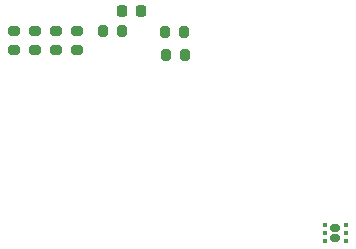
<source format=gbr>
%TF.GenerationSoftware,KiCad,Pcbnew,7.0.7*%
%TF.CreationDate,2024-04-17T16:30:55-07:00*%
%TF.ProjectId,power_board_12V,706f7765-725f-4626-9f61-72645f313256,rev?*%
%TF.SameCoordinates,Original*%
%TF.FileFunction,Paste,Bot*%
%TF.FilePolarity,Positive*%
%FSLAX46Y46*%
G04 Gerber Fmt 4.6, Leading zero omitted, Abs format (unit mm)*
G04 Created by KiCad (PCBNEW 7.0.7) date 2024-04-17 16:30:55*
%MOMM*%
%LPD*%
G01*
G04 APERTURE LIST*
G04 Aperture macros list*
%AMRoundRect*
0 Rectangle with rounded corners*
0 $1 Rounding radius*
0 $2 $3 $4 $5 $6 $7 $8 $9 X,Y pos of 4 corners*
0 Add a 4 corners polygon primitive as box body*
4,1,4,$2,$3,$4,$5,$6,$7,$8,$9,$2,$3,0*
0 Add four circle primitives for the rounded corners*
1,1,$1+$1,$2,$3*
1,1,$1+$1,$4,$5*
1,1,$1+$1,$6,$7*
1,1,$1+$1,$8,$9*
0 Add four rect primitives between the rounded corners*
20,1,$1+$1,$2,$3,$4,$5,0*
20,1,$1+$1,$4,$5,$6,$7,0*
20,1,$1+$1,$6,$7,$8,$9,0*
20,1,$1+$1,$8,$9,$2,$3,0*%
G04 Aperture macros list end*
%ADD10RoundRect,0.200000X0.275000X-0.200000X0.275000X0.200000X-0.275000X0.200000X-0.275000X-0.200000X0*%
%ADD11RoundRect,0.200000X-0.275000X0.200000X-0.275000X-0.200000X0.275000X-0.200000X0.275000X0.200000X0*%
%ADD12RoundRect,0.225000X-0.225000X-0.250000X0.225000X-0.250000X0.225000X0.250000X-0.225000X0.250000X0*%
%ADD13RoundRect,0.160000X0.245000X0.160000X-0.245000X0.160000X-0.245000X-0.160000X0.245000X-0.160000X0*%
%ADD14RoundRect,0.093750X0.093750X0.106250X-0.093750X0.106250X-0.093750X-0.106250X0.093750X-0.106250X0*%
%ADD15RoundRect,0.200000X-0.200000X-0.275000X0.200000X-0.275000X0.200000X0.275000X-0.200000X0.275000X0*%
%ADD16RoundRect,0.200000X0.200000X0.275000X-0.200000X0.275000X-0.200000X-0.275000X0.200000X-0.275000X0*%
G04 APERTURE END LIST*
D10*
%TO.C,0X49*%
X120142000Y-64389000D03*
X120142000Y-62739000D03*
%TD*%
D11*
%TO.C,0X4A*%
X116586000Y-62725800D03*
X116586000Y-64375800D03*
%TD*%
%TO.C,0X48*%
X114808000Y-62725800D03*
X114808000Y-64375800D03*
%TD*%
D12*
%TO.C,C2*%
X123976800Y-61061600D03*
X125526800Y-61061600D03*
%TD*%
D13*
%TO.C,U1*%
X141986000Y-80264000D03*
X141986000Y-79464000D03*
D14*
X142873500Y-79214000D03*
X142873500Y-79864000D03*
X142873500Y-80514000D03*
X141098500Y-80514000D03*
X141098500Y-79864000D03*
X141098500Y-79214000D03*
%TD*%
D15*
%TO.C,R2*%
X127635000Y-64770000D03*
X129285000Y-64770000D03*
%TD*%
D11*
%TO.C,0X4B*%
X118364000Y-62739000D03*
X118364000Y-64389000D03*
%TD*%
D16*
%TO.C,R1*%
X123952000Y-62738000D03*
X122302000Y-62738000D03*
%TD*%
D15*
%TO.C,R3*%
X127572000Y-62865000D03*
X129222000Y-62865000D03*
%TD*%
M02*

</source>
